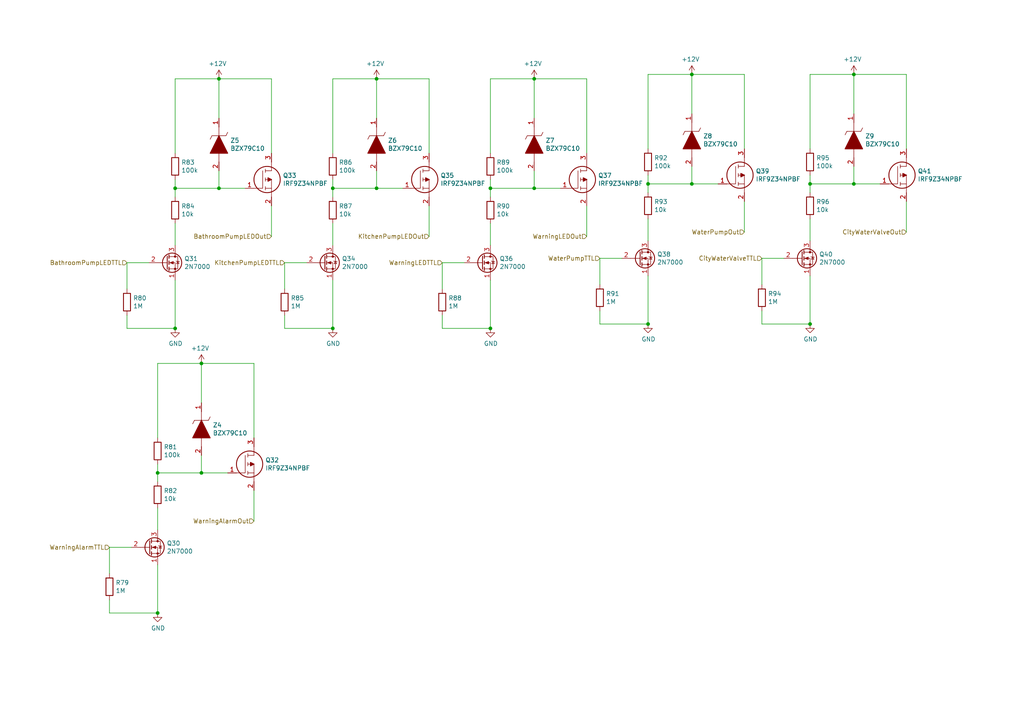
<source format=kicad_sch>
(kicad_sch (version 20231120) (generator "eeschema") (generator_version "8.0")
  (paper "A4")
  (lib_symbols
    (symbol "Device:R" (pin_numbers hide) (pin_names (offset 0))
      (property "Reference" "R" (at 2.032 0 90))
      (property "Value" "R" (at 0 0 90))
      (symbol "R_0_1"
        (rectangle (start -1.016 -2.54) (end 1.016 2.54) (stroke (width 0.254)))
      )
      (symbol "R_1_1"
        (pin passive line (at 0 3.81 270) (length 1.27) (name "~") (number "1"))
        (pin passive line (at 0 -3.81 90) (length 1.27) (name "~") (number "2"))
      )
    )
    (symbol "SamacSys_Parts:BZX79C10" (pin_names (offset 0.762))
      (property "Reference" "Z" (at 10.16 8.89 0))
      (property "Value" "SamacSys_Parts_BZX79C10" (at 10.16 6.35 0))
      (symbol "BZX79C10_0_0"
        (pin passive line (at 0 0 0) (length 2.54) (name "~") (number "1"))
        (pin passive line (at 15.24 0 180) (length 2.54) (name "~") (number "2"))
      )
      (symbol "BZX79C10_0_1"
        (polyline (pts (xy 2.54 0) (xy 5.08 0)) (stroke (width 0.1524)))
        (polyline (pts (xy 4.064 -2.54) (xy 5.08 -2.032)) (stroke (width 0.1524)))
        (polyline (pts (xy 5.08 2.032) (xy 5.08 -2.032)) (stroke (width 0.1524)))
        (polyline (pts (xy 5.08 2.032) (xy 6.096 2.54)) (stroke (width 0.1524)))
        (polyline (pts (xy 12.7 0) (xy 10.16 0)) (stroke (width 0.1524)))
        (polyline (pts (xy 5.08 0) (xy 10.16 2.54) (xy 10.16 -2.54) (xy 5.08 0)) (stroke (width 0.254)) (fill (type outline)))
      )
    )
    (symbol "SamacSys_Parts:IRF9Z34NPBF" (pin_names (offset 0.762))
      (property "Reference" "Q" (at 11.43 3.81 0))
      (property "Value" "SamacSys_Parts_IRF9Z34NPBF" (at 11.43 1.27 0))
      (symbol "IRF9Z34NPBF_0_0"
        (pin passive line (at 0 0 0) (length 2.54) (name "~") (number "1"))
        (pin passive line (at 7.62 -5.08 90) (length 2.54) (name "~") (number "2"))
        (pin passive line (at 7.62 10.16 270) (length 2.54) (name "~") (number "3"))
      )
      (symbol "IRF9Z34NPBF_0_1"
        (polyline (pts (xy 5.842 -0.508) (xy 5.842 0.508)) (stroke (width 0.1524)))
        (polyline (pts (xy 5.842 0) (xy 7.62 0)) (stroke (width 0.1524)))
        (polyline (pts (xy 5.842 2.032) (xy 5.842 3.048)) (stroke (width 0.1524)))
        (polyline (pts (xy 5.842 5.588) (xy 5.842 4.572)) (stroke (width 0.1524)))
        (polyline (pts (xy 7.62 2.54) (xy 5.842 2.54)) (stroke (width 0.1524)))
        (polyline (pts (xy 7.62 2.54) (xy 7.62 -2.54)) (stroke (width 0.1524)))
        (polyline (pts (xy 7.62 5.08) (xy 5.842 5.08)) (stroke (width 0.1524)))
        (polyline (pts (xy 7.62 5.08) (xy 7.62 7.62)) (stroke (width 0.1524)))
        (polyline (pts (xy 2.54 0) (xy 5.08 0) (xy 5.08 5.08)) (stroke (width 0.1524)))
        (polyline (pts (xy 7.62 2.54) (xy 6.604 3.048) (xy 6.604 2.032) (xy 7.62 2.54)) (stroke (width 0.254)) (fill (type outline)))
        (circle (center 6.35 2.54) (radius 3.81) (stroke (width 0.254)))
      )
    )
    (symbol "Transistor_FET:2N7000" (pin_names hide)
      (property "Reference" "Q" (at 5.08 1.905 0))
      (property "Value" "2N7000" (at 5.08 0 0))
      (symbol "2N7000_0_1"
        (polyline (pts (xy 0.254 0) (xy -2.54 0)))
        (polyline (pts (xy 0.254 1.905) (xy 0.254 -1.905)) (stroke (width 0.254)))
        (polyline (pts (xy 0.762 -1.27) (xy 0.762 -2.286)) (stroke (width 0.254)))
        (polyline (pts (xy 0.762 0.508) (xy 0.762 -0.508)) (stroke (width 0.254)))
        (polyline (pts (xy 0.762 2.286) (xy 0.762 1.27)) (stroke (width 0.254)))
        (polyline (pts (xy 2.54 2.54) (xy 2.54 1.778)))
        (polyline (pts (xy 2.54 -2.54) (xy 2.54 0) (xy 0.762 0)))
        (polyline (pts (xy 0.762 -1.778) (xy 3.302 -1.778) (xy 3.302 1.778) (xy 0.762 1.778)))
        (polyline (pts (xy 1.016 0) (xy 2.032 0.381) (xy 2.032 -0.381) (xy 1.016 0)) (fill (type outline)))
        (polyline (pts (xy 2.794 0.508) (xy 2.921 0.381) (xy 3.683 0.381) (xy 3.81 0.254)))
        (polyline (pts (xy 3.302 0.381) (xy 2.921 -0.254) (xy 3.683 -0.254) (xy 3.302 0.381)))
        (circle (center 1.651 0) (radius 2.794) (stroke (width 0.254)))
        (circle (center 2.54 -1.778) (radius 0.254) (fill (type outline)))
        (circle (center 2.54 1.778) (radius 0.254) (fill (type outline)))
      )
      (symbol "2N7000_1_1"
        (pin passive line (at 2.54 -5.08 90) (length 2.54) (name "S") (number "1"))
        (pin input line (at -5.08 0 0) (length 2.54) (name "G") (number "2"))
        (pin passive line (at 2.54 5.08 270) (length 2.54) (name "D") (number "3"))
      )
    )
    (symbol "power:+12V" (power) (pin_names (offset 0))
      (property "Value" "+12V" (at 0 3.556 0))
      (symbol "+12V_0_1"
        (polyline (pts (xy -0.762 1.27) (xy 0 2.54)))
        (polyline (pts (xy 0 0) (xy 0 2.54)))
        (polyline (pts (xy 0 2.54) (xy 0.762 1.27)))
      )
      (symbol "+12V_1_1"
        (pin power_in line (at 0 0 90) (length 0) hide (name "+12V") (number "1"))
      )
    )
    (symbol "power:GND" (power) (pin_names (offset 0))
      (property "Value" "GND" (at 0 -3.81 0))
      (symbol "GND_0_1"
        (polyline (pts (xy 0 0) (xy 0 -1.27) (xy 1.27 -1.27) (xy 0 -2.54) (xy -1.27 -1.27) (xy 0 -1.27)))
      )
      (symbol "GND_1_1"
        (pin power_in line (at 0 0 270) (length 0) hide (name "GND") (number "1"))
      )
    )
  )
  (junction (at 58.42 105.41))
  (junction (at 45.72 177.8))
  (junction (at 234.95 93.98))
  (junction (at 200.66 53.34))
  (junction (at 187.96 53.34))
  (junction (at 63.5 54.61))
  (junction (at 50.8 54.61))
  (junction (at 200.66 21.59))
  (junction (at 58.42 137.16))
  (junction (at 109.22 22.86))
  (junction (at 96.52 54.61))
  (junction (at 96.52 95.25))
  (junction (at 247.65 21.59))
  (junction (at 154.94 54.61))
  (junction (at 63.5 22.86))
  (junction (at 142.24 95.25))
  (junction (at 154.94 22.86))
  (junction (at 109.22 54.61))
  (junction (at 247.65 53.34))
  (junction (at 142.24 54.61))
  (junction (at 50.8 95.25))
  (junction (at 45.72 137.16))
  (junction (at 187.96 93.98))
  (junction (at 234.95 53.34))
  (wire (pts (xy 262.89 43.18) (xy 262.89 21.59)))
  (wire (pts (xy 36.83 76.2) (xy 43.18 76.2)))
  (wire (pts (xy 63.5 34.29) (xy 63.5 22.86)))
  (wire (pts (xy 58.42 132.08) (xy 58.42 137.16)))
  (wire (pts (xy 73.66 127) (xy 73.66 105.41)))
  (wire (pts (xy 170.18 44.45) (xy 170.18 22.86)))
  (wire (pts (xy 187.96 53.34) (xy 187.96 50.8)))
  (wire (pts (xy 45.72 105.41) (xy 45.72 127)))
  (wire (pts (xy 247.65 21.59) (xy 234.95 21.59)))
  (wire (pts (xy 142.24 71.12) (xy 142.24 64.77)))
  (wire (pts (xy 124.46 44.45) (xy 124.46 22.86)))
  (wire (pts (xy 58.42 137.16) (xy 45.72 137.16)))
  (wire (pts (xy 255.27 53.34) (xy 247.65 53.34)))
  (wire (pts (xy 170.18 68.58) (xy 170.18 59.69)))
  (wire (pts (xy 234.95 69.85) (xy 234.95 63.5)))
  (wire (pts (xy 109.22 22.86) (xy 96.52 22.86)))
  (wire (pts (xy 128.27 76.2) (xy 134.62 76.2)))
  (wire (pts (xy 124.46 22.86) (xy 109.22 22.86)))
  (wire (pts (xy 109.22 34.29) (xy 109.22 22.86)))
  (wire (pts (xy 109.22 49.53) (xy 109.22 54.61)))
  (wire (pts (xy 73.66 151.13) (xy 73.66 142.24)))
  (wire (pts (xy 78.74 68.58) (xy 78.74 59.69)))
  (wire (pts (xy 96.52 54.61) (xy 96.52 52.07)))
  (wire (pts (xy 215.9 67.31) (xy 215.9 58.42)))
  (wire (pts (xy 82.55 95.25) (xy 96.52 95.25)))
  (wire (pts (xy 78.74 44.45) (xy 78.74 22.86)))
  (wire (pts (xy 215.9 43.18) (xy 215.9 21.59)))
  (wire (pts (xy 154.94 22.86) (xy 142.24 22.86)))
  (wire (pts (xy 187.96 69.85) (xy 187.96 63.5)))
  (wire (pts (xy 50.8 57.15) (xy 50.8 54.61)))
  (wire (pts (xy 124.46 68.58) (xy 124.46 59.69)))
  (wire (pts (xy 247.65 48.26) (xy 247.65 53.34)))
  (wire (pts (xy 220.98 90.17) (xy 220.98 93.98)))
  (wire (pts (xy 63.5 49.53) (xy 63.5 54.61)))
  (wire (pts (xy 31.75 158.75) (xy 38.1 158.75)))
  (wire (pts (xy 50.8 54.61) (xy 50.8 52.07)))
  (wire (pts (xy 96.52 71.12) (xy 96.52 64.77)))
  (wire (pts (xy 173.99 82.55) (xy 173.99 74.93)))
  (wire (pts (xy 128.27 91.44) (xy 128.27 95.25)))
  (wire (pts (xy 234.95 80.01) (xy 234.95 93.98)))
  (wire (pts (xy 220.98 82.55) (xy 220.98 74.93)))
  (wire (pts (xy 78.74 22.86) (xy 63.5 22.86)))
  (wire (pts (xy 96.52 57.15) (xy 96.52 54.61)))
  (wire (pts (xy 247.65 53.34) (xy 234.95 53.34)))
  (wire (pts (xy 173.99 93.98) (xy 187.96 93.98)))
  (wire (pts (xy 45.72 139.7) (xy 45.72 137.16)))
  (wire (pts (xy 63.5 54.61) (xy 50.8 54.61)))
  (wire (pts (xy 50.8 22.86) (xy 50.8 44.45)))
  (wire (pts (xy 262.89 21.59) (xy 247.65 21.59)))
  (wire (pts (xy 154.94 34.29) (xy 154.94 22.86)))
  (wire (pts (xy 36.83 95.25) (xy 50.8 95.25)))
  (wire (pts (xy 187.96 55.88) (xy 187.96 53.34)))
  (wire (pts (xy 63.5 22.86) (xy 50.8 22.86)))
  (wire (pts (xy 82.55 83.82) (xy 82.55 76.2)))
  (wire (pts (xy 173.99 90.17) (xy 173.99 93.98)))
  (wire (pts (xy 50.8 71.12) (xy 50.8 64.77)))
  (wire (pts (xy 128.27 83.82) (xy 128.27 76.2)))
  (wire (pts (xy 154.94 49.53) (xy 154.94 54.61)))
  (wire (pts (xy 71.12 54.61) (xy 63.5 54.61)))
  (wire (pts (xy 31.75 173.99) (xy 31.75 177.8)))
  (wire (pts (xy 66.04 137.16) (xy 58.42 137.16)))
  (wire (pts (xy 170.18 22.86) (xy 154.94 22.86)))
  (wire (pts (xy 220.98 93.98) (xy 234.95 93.98)))
  (wire (pts (xy 187.96 21.59) (xy 187.96 43.18)))
  (wire (pts (xy 200.66 48.26) (xy 200.66 53.34)))
  (wire (pts (xy 31.75 177.8) (xy 45.72 177.8)))
  (wire (pts (xy 142.24 22.86) (xy 142.24 44.45)))
  (wire (pts (xy 220.98 74.93) (xy 227.33 74.93)))
  (wire (pts (xy 82.55 76.2) (xy 88.9 76.2)))
  (wire (pts (xy 36.83 91.44) (xy 36.83 95.25)))
  (wire (pts (xy 142.24 81.28) (xy 142.24 95.25)))
  (wire (pts (xy 45.72 137.16) (xy 45.72 134.62)))
  (wire (pts (xy 142.24 57.15) (xy 142.24 54.61)))
  (wire (pts (xy 234.95 21.59) (xy 234.95 43.18)))
  (wire (pts (xy 234.95 55.88) (xy 234.95 53.34)))
  (wire (pts (xy 73.66 105.41) (xy 58.42 105.41)))
  (wire (pts (xy 173.99 74.93) (xy 180.34 74.93)))
  (wire (pts (xy 262.89 67.31) (xy 262.89 58.42)))
  (wire (pts (xy 45.72 163.83) (xy 45.72 177.8)))
  (wire (pts (xy 45.72 153.67) (xy 45.72 147.32)))
  (wire (pts (xy 154.94 54.61) (xy 142.24 54.61)))
  (wire (pts (xy 200.66 53.34) (xy 187.96 53.34)))
  (wire (pts (xy 109.22 54.61) (xy 96.52 54.61)))
  (wire (pts (xy 200.66 21.59) (xy 187.96 21.59)))
  (wire (pts (xy 82.55 91.44) (xy 82.55 95.25)))
  (wire (pts (xy 128.27 95.25) (xy 142.24 95.25)))
  (wire (pts (xy 247.65 33.02) (xy 247.65 21.59)))
  (wire (pts (xy 187.96 80.01) (xy 187.96 93.98)))
  (wire (pts (xy 31.75 166.37) (xy 31.75 158.75)))
  (wire (pts (xy 96.52 22.86) (xy 96.52 44.45)))
  (wire (pts (xy 234.95 53.34) (xy 234.95 50.8)))
  (wire (pts (xy 50.8 81.28) (xy 50.8 95.25)))
  (wire (pts (xy 208.28 53.34) (xy 200.66 53.34)))
  (wire (pts (xy 58.42 116.84) (xy 58.42 105.41)))
  (wire (pts (xy 215.9 21.59) (xy 200.66 21.59)))
  (wire (pts (xy 162.56 54.61) (xy 154.94 54.61)))
  (wire (pts (xy 36.83 83.82) (xy 36.83 76.2)))
  (wire (pts (xy 58.42 105.41) (xy 45.72 105.41)))
  (wire (pts (xy 142.24 54.61) (xy 142.24 52.07)))
  (wire (pts (xy 200.66 33.02) (xy 200.66 21.59)))
  (wire (pts (xy 96.52 81.28) (xy 96.52 95.25)))
  (wire (pts (xy 116.84 54.61) (xy 109.22 54.61)))
  (hierarchical_label "CityWaterValveTTL" (shape input) (at 220.98 74.93 180))
  (hierarchical_label "WarningAlarmTTL" (shape input) (at 31.75 158.75 180))
  (hierarchical_label "WaterPumpOut" (shape input) (at 215.9 67.31 180))
  (hierarchical_label "WarningAlarmOut" (shape input) (at 73.66 151.13 180))
  (hierarchical_label "CityWaterValveOut" (shape input) (at 262.89 67.31 180))
  (hierarchical_label "BathroomPumpLEDOut" (shape input) (at 78.74 68.58 180))
  (hierarchical_label "WarningLEDTTL" (shape input) (at 128.27 76.2 180))
  (hierarchical_label "WarningLEDOut" (shape input) (at 170.18 68.58 180))
  (hierarchical_label "KitchenPumpLEDOut" (shape input) (at 124.46 68.58 180))
  (hierarchical_label "BathroomPumpLEDTTL" (shape input) (at 36.83 76.2 180))
  (hierarchical_label "KitchenPumpLEDTTL" (shape input) (at 82.55 76.2 180))
  (hierarchical_label "WaterPumpTTL" (shape input) (at 173.99 74.93 180))
  (symbol (lib_id "SamacSys_Parts:IRF9Z34NPBF") (at 66.04 137.16 0) (unit 1)
    (property "Reference" "Q32" (at 76.962 133.4516 0) (effects (justify left)))
    (property "Value" "IRF9Z34NPBF" (at 76.962 135.763 0) (effects (justify left)))
    (property "Footprint" "SamacSys_Parts:TO254P469X1042X1967-3P" (effects (hide yes)))
    (property "Datasheet" "https://www.infineon.com/dgdl/irf9z34npbf.pdf?fileId=5546d462533600a40153561220af1ddd" (effects (hide yes)))
    (property "Description" "MOSFET MOSFT PCh -55V -17A 100mOhm 23.3nC" (effects (hide yes)))
    (property "Height" "4.69" (effects (hide yes)))
    (property "Mouser Part Number" "942-IRF9Z34NPBF" (effects (hide yes)))
    (property "Mouser Price/Stock" "https://www.mouser.co.uk/ProductDetail/Infineon-IR/IRF9Z34NPBF?qs=9%252BKlkBgLFf16a%2FvlD%252BMCtQ%3D%3D" (effects (hide yes)))
    (property "Manufacturer_Name" "Infineon" (effects (hide yes)))
    (property "Manufacturer_Part_Number" "IRF9Z34NPBF" (effects (hide yes)))
  )
  (symbol (lib_id "Device:R") (at 31.75 170.18 0) (unit 1)
    (property "Reference" "R79" (at 33.528 169.0116 0) (effects (justify left)))
    (property "Value" "1M" (at 33.528 171.323 0) (effects (justify left)))
    (property "Footprint" "Resistor_THT:R_Axial_DIN0207_L6.3mm_D2.5mm_P2.54mm_Vertical" (effects (hide yes)))
  )
  (symbol (lib_id "power:GND") (at 45.72 177.8 0) (unit 1)
    (property "Reference" "#PWR0125" (effects (hide yes)))
    (property "Value" "GND" (at 45.847 182.1942 0))
  )
  (symbol (lib_id "Transistor_FET:2N7000") (at 43.18 158.75 0) (unit 1)
    (property "Reference" "Q30" (at 48.3616 157.5816 0) (effects (justify left)))
    (property "Value" "2N7000" (at 48.3616 159.893 0) (effects (justify left)))
    (property "Footprint" "Package_TO_SOT_THT:TO-92_Inline" (effects (hide yes)))
    (property "Datasheet" "https://www.onsemi.com/pub/Collateral/NDS7002A-D.PDF" (effects (hide yes)))
  )
  (symbol (lib_id "Device:R") (at 45.72 130.81 0) (unit 1)
    (property "Reference" "R81" (at 47.498 129.6416 0) (effects (justify left)))
    (property "Value" "100k" (at 47.498 131.953 0) (effects (justify left)))
    (property "Footprint" "Resistor_THT:R_Axial_DIN0207_L6.3mm_D2.5mm_P2.54mm_Vertical" (effects (hide yes)))
  )
  (symbol (lib_id "Device:R") (at 45.72 143.51 0) (unit 1)
    (property "Reference" "R82" (at 47.498 142.3416 0) (effects (justify left)))
    (property "Value" "10k" (at 47.498 144.653 0) (effects (justify left)))
    (property "Footprint" "Resistor_THT:R_Axial_DIN0207_L6.3mm_D2.5mm_P2.54mm_Vertical" (effects (hide yes)))
  )
  (symbol (lib_id "SamacSys_Parts:BZX79C10") (at 58.42 116.84 90) (mirror x) (unit 1)
    (property "Reference" "Z4" (at 61.722 123.2916 90) (effects (justify right)))
    (property "Value" "BZX79C10" (at 61.722 125.603 90) (effects (justify right)))
    (property "Footprint" "SamacSys_Parts:DIOAD1068W53L380D172" (effects (hide yes)))
    (property "Datasheet" "https://www.fairchildsemi.com/datasheets/BZ/BZX79C10.pdf" (effects (hide yes)))
    (property "Description" "BZX79C10, Zener Diode, 10V +/-5 500 mW 0.2A, 2-Pin DO-35" (effects (hide yes)))
    (property "Mouser Part Number" "512-BZX79C10" (effects (hide yes)))
    (property "Mouser Price/Stock" "https://www.mouser.co.uk/ProductDetail/ON-Semiconductor-Fairchild/BZX79C10?qs=FITO%2F%2FQgYDkGEXVpK3DyhQ%3D%3D" (effects (hide yes)))
    (property "Manufacturer_Name" "ON Semiconductor" (effects (hide yes)))
    (property "Manufacturer_Part_Number" "BZX79C10" (effects (hide yes)))
  )
  (symbol (lib_id "power:+12V") (at 58.42 105.41 0) (mirror y) (unit 1)
    (property "Reference" "#PWR0127" (effects (hide yes)))
    (property "Value" "+12V" (at 58.039 101.0158 0))
  )
  (symbol (lib_id "SamacSys_Parts:IRF9Z34NPBF") (at 71.12 54.61 0) (unit 1)
    (property "Reference" "Q33" (at 82.042 50.9016 0) (effects (justify left)))
    (property "Value" "IRF9Z34NPBF" (at 82.042 53.213 0) (effects (justify left)))
    (property "Footprint" "SamacSys_Parts:TO254P469X1042X1967-3P" (effects (hide yes)))
    (property "Datasheet" "https://www.infineon.com/dgdl/irf9z34npbf.pdf?fileId=5546d462533600a40153561220af1ddd" (effects (hide yes)))
    (property "Description" "MOSFET MOSFT PCh -55V -17A 100mOhm 23.3nC" (effects (hide yes)))
    (property "Height" "4.69" (effects (hide yes)))
    (property "Mouser Part Number" "942-IRF9Z34NPBF" (effects (hide yes)))
    (property "Mouser Price/Stock" "https://www.mouser.co.uk/ProductDetail/Infineon-IR/IRF9Z34NPBF?qs=9%252BKlkBgLFf16a%2FvlD%252BMCtQ%3D%3D" (effects (hide yes)))
    (property "Manufacturer_Name" "Infineon" (effects (hide yes)))
    (property "Manufacturer_Part_Number" "IRF9Z34NPBF" (effects (hide yes)))
  )
  (symbol (lib_id "Device:R") (at 36.83 87.63 0) (unit 1)
    (property "Reference" "R80" (at 38.608 86.4616 0) (effects (justify left)))
    (property "Value" "1M" (at 38.608 88.773 0) (effects (justify left)))
    (property "Footprint" "Resistor_THT:R_Axial_DIN0207_L6.3mm_D2.5mm_P2.54mm_Vertical" (effects (hide yes)))
  )
  (symbol (lib_id "power:GND") (at 50.8 95.25 0) (unit 1)
    (property "Reference" "#PWR0126" (effects (hide yes)))
    (property "Value" "GND" (at 50.927 99.6442 0))
  )
  (symbol (lib_id "Transistor_FET:2N7000") (at 48.26 76.2 0) (unit 1)
    (property "Reference" "Q31" (at 53.4416 75.0316 0) (effects (justify left)))
    (property "Value" "2N7000" (at 53.4416 77.343 0) (effects (justify left)))
    (property "Footprint" "Package_TO_SOT_THT:TO-92_Inline" (effects (hide yes)))
    (property "Datasheet" "https://www.onsemi.com/pub/Collateral/NDS7002A-D.PDF" (effects (hide yes)))
  )
  (symbol (lib_id "Device:R") (at 50.8 48.26 0) (unit 1)
    (property "Reference" "R83" (at 52.578 47.0916 0) (effects (justify left)))
    (property "Value" "100k" (at 52.578 49.403 0) (effects (justify left)))
    (property "Footprint" "Resistor_THT:R_Axial_DIN0207_L6.3mm_D2.5mm_P2.54mm_Vertical" (effects (hide yes)))
  )
  (symbol (lib_id "Device:R") (at 50.8 60.96 0) (unit 1)
    (property "Reference" "R84" (at 52.578 59.7916 0) (effects (justify left)))
    (property "Value" "10k" (at 52.578 62.103 0) (effects (justify left)))
    (property "Footprint" "Resistor_THT:R_Axial_DIN0207_L6.3mm_D2.5mm_P2.54mm_Vertical" (effects (hide yes)))
  )
  (symbol (lib_id "SamacSys_Parts:BZX79C10") (at 63.5 34.29 90) (mirror x) (unit 1)
    (property "Reference" "Z5" (at 66.802 40.7416 90) (effects (justify right)))
    (property "Value" "BZX79C10" (at 66.802 43.053 90) (effects (justify right)))
    (property "Footprint" "SamacSys_Parts:DIOAD1068W53L380D172" (effects (hide yes)))
    (property "Datasheet" "https://www.fairchildsemi.com/datasheets/BZ/BZX79C10.pdf" (effects (hide yes)))
    (property "Description" "BZX79C10, Zener Diode, 10V +/-5 500 mW 0.2A, 2-Pin DO-35" (effects (hide yes)))
    (property "Mouser Part Number" "512-BZX79C10" (effects (hide yes)))
    (property "Mouser Price/Stock" "https://www.mouser.co.uk/ProductDetail/ON-Semiconductor-Fairchild/BZX79C10?qs=FITO%2F%2FQgYDkGEXVpK3DyhQ%3D%3D" (effects (hide yes)))
    (property "Manufacturer_Name" "ON Semiconductor" (effects (hide yes)))
    (property "Manufacturer_Part_Number" "BZX79C10" (effects (hide yes)))
  )
  (symbol (lib_id "SamacSys_Parts:IRF9Z34NPBF") (at 116.84 54.61 0) (unit 1)
    (property "Reference" "Q35" (at 127.762 50.9016 0) (effects (justify left)))
    (property "Value" "IRF9Z34NPBF" (at 127.762 53.213 0) (effects (justify left)))
    (property "Footprint" "SamacSys_Parts:TO254P469X1042X1967-3P" (effects (hide yes)))
    (property "Datasheet" "https://www.infineon.com/dgdl/irf9z34npbf.pdf?fileId=5546d462533600a40153561220af1ddd" (effects (hide yes)))
    (property "Description" "MOSFET MOSFT PCh -55V -17A 100mOhm 23.3nC" (effects (hide yes)))
    (property "Height" "4.69" (effects (hide yes)))
    (property "Mouser Part Number" "942-IRF9Z34NPBF" (effects (hide yes)))
    (property "Mouser Price/Stock" "https://www.mouser.co.uk/ProductDetail/Infineon-IR/IRF9Z34NPBF?qs=9%252BKlkBgLFf16a%2FvlD%252BMCtQ%3D%3D" (effects (hide yes)))
    (property "Manufacturer_Name" "Infineon" (effects (hide yes)))
    (property "Manufacturer_Part_Number" "IRF9Z34NPBF" (effects (hide yes)))
  )
  (symbol (lib_id "Device:R") (at 82.55 87.63 0) (unit 1)
    (property "Reference" "R85" (at 84.328 86.4616 0) (effects (justify left)))
    (property "Value" "1M" (at 84.328 88.773 0) (effects (justify left)))
    (property "Footprint" "Resistor_THT:R_Axial_DIN0207_L6.3mm_D2.5mm_P2.54mm_Vertical" (effects (hide yes)))
  )
  (symbol (lib_id "power:GND") (at 96.52 95.25 0) (unit 1)
    (property "Reference" "#PWR0129" (effects (hide yes)))
    (property "Value" "GND" (at 96.647 99.6442 0))
  )
  (symbol (lib_id "Transistor_FET:2N7000") (at 93.98 76.2 0) (unit 1)
    (property "Reference" "Q34" (at 99.1616 75.0316 0) (effects (justify left)))
    (property "Value" "2N7000" (at 99.1616 77.343 0) (effects (justify left)))
    (property "Footprint" "Package_TO_SOT_THT:TO-92_Inline" (effects (hide yes)))
    (property "Datasheet" "https://www.onsemi.com/pub/Collateral/NDS7002A-D.PDF" (effects (hide yes)))
  )
  (symbol (lib_id "Device:R") (at 96.52 48.26 0) (unit 1)
    (property "Reference" "R86" (at 98.298 47.0916 0) (effects (justify left)))
    (property "Value" "100k" (at 98.298 49.403 0) (effects (justify left)))
    (property "Footprint" "Resistor_THT:R_Axial_DIN0207_L6.3mm_D2.5mm_P2.54mm_Vertical" (effects (hide yes)))
  )
  (symbol (lib_id "Device:R") (at 96.52 60.96 0) (unit 1)
    (property "Reference" "R87" (at 98.298 59.7916 0) (effects (justify left)))
    (property "Value" "10k" (at 98.298 62.103 0) (effects (justify left)))
    (property "Footprint" "Resistor_THT:R_Axial_DIN0207_L6.3mm_D2.5mm_P2.54mm_Vertical" (effects (hide yes)))
  )
  (symbol (lib_id "SamacSys_Parts:BZX79C10") (at 109.22 34.29 90) (mirror x) (unit 1)
    (property "Reference" "Z6" (at 112.522 40.7416 90) (effects (justify right)))
    (property "Value" "BZX79C10" (at 112.522 43.053 90) (effects (justify right)))
    (property "Footprint" "SamacSys_Parts:DIOAD1068W53L380D172" (effects (hide yes)))
    (property "Datasheet" "https://www.fairchildsemi.com/datasheets/BZ/BZX79C10.pdf" (effects (hide yes)))
    (property "Description" "BZX79C10, Zener Diode, 10V +/-5 500 mW 0.2A, 2-Pin DO-35" (effects (hide yes)))
    (property "Mouser Part Number" "512-BZX79C10" (effects (hide yes)))
    (property "Mouser Price/Stock" "https://www.mouser.co.uk/ProductDetail/ON-Semiconductor-Fairchild/BZX79C10?qs=FITO%2F%2FQgYDkGEXVpK3DyhQ%3D%3D" (effects (hide yes)))
    (property "Manufacturer_Name" "ON Semiconductor" (effects (hide yes)))
    (property "Manufacturer_Part_Number" "BZX79C10" (effects (hide yes)))
  )
  (symbol (lib_id "SamacSys_Parts:IRF9Z34NPBF") (at 162.56 54.61 0) (unit 1)
    (property "Reference" "Q37" (at 173.482 50.9016 0) (effects (justify left)))
    (property "Value" "IRF9Z34NPBF" (at 173.482 53.213 0) (effects (justify left)))
    (property "Footprint" "SamacSys_Parts:TO254P469X1042X1967-3P" (effects (hide yes)))
    (property "Datasheet" "https://www.infineon.com/dgdl/irf9z34npbf.pdf?fileId=5546d462533600a40153561220af1ddd" (effects (hide yes)))
    (property "Description" "MOSFET MOSFT PCh -55V -17A 100mOhm 23.3nC" (effects (hide yes)))
    (property "Height" "4.69" (effects (hide yes)))
    (property "Mouser Part Number" "942-IRF9Z34NPBF" (effects (hide yes)))
    (property "Mouser Price/Stock" "https://www.mouser.co.uk/ProductDetail/Infineon-IR/IRF9Z34NPBF?qs=9%252BKlkBgLFf16a%2FvlD%252BMCtQ%3D%3D" (effects (hide yes)))
    (property "Manufacturer_Name" "Infineon" (effects (hide yes)))
    (property "Manufacturer_Part_Number" "IRF9Z34NPBF" (effects (hide yes)))
  )
  (symbol (lib_id "Device:R") (at 128.27 87.63 0) (unit 1)
    (property "Reference" "R88" (at 130.048 86.4616 0) (effects (justify left)))
    (property "Value" "1M" (at 130.048 88.773 0) (effects (justify left)))
    (property "Footprint" "Resistor_THT:R_Axial_DIN0207_L6.3mm_D2.5mm_P2.54mm_Vertical" (effects (hide yes)))
  )
  (symbol (lib_id "power:GND") (at 142.24 95.25 0) (unit 1)
    (property "Reference" "#PWR0131" (effects (hide yes)))
    (property "Value" "GND" (at 142.367 99.6442 0))
  )
  (symbol (lib_id "Transistor_FET:2N7000") (at 139.7 76.2 0) (unit 1)
    (property "Reference" "Q36" (at 144.8816 75.0316 0) (effects (justify left)))
    (property "Value" "2N7000" (at 144.8816 77.343 0) (effects (justify left)))
    (property "Footprint" "Package_TO_SOT_THT:TO-92_Inline" (effects (hide yes)))
    (property "Datasheet" "https://www.onsemi.com/pub/Collateral/NDS7002A-D.PDF" (effects (hide yes)))
  )
  (symbol (lib_id "Device:R") (at 142.24 48.26 0) (unit 1)
    (property "Reference" "R89" (at 144.018 47.0916 0) (effects (justify left)))
    (property "Value" "100k" (at 144.018 49.403 0) (effects (justify left)))
    (property "Footprint" "Resistor_THT:R_Axial_DIN0207_L6.3mm_D2.5mm_P2.54mm_Vertical" (effects (hide yes)))
  )
  (symbol (lib_id "Device:R") (at 142.24 60.96 0) (unit 1)
    (property "Reference" "R90" (at 144.018 59.7916 0) (effects (justify left)))
    (property "Value" "10k" (at 144.018 62.103 0) (effects (justify left)))
    (property "Footprint" "Resistor_THT:R_Axial_DIN0207_L6.3mm_D2.5mm_P2.54mm_Vertical" (effects (hide yes)))
  )
  (symbol (lib_id "SamacSys_Parts:BZX79C10") (at 154.94 34.29 90) (mirror x) (unit 1)
    (property "Reference" "Z7" (at 158.242 40.7416 90) (effects (justify right)))
    (property "Value" "BZX79C10" (at 158.242 43.053 90) (effects (justify right)))
    (property "Footprint" "SamacSys_Parts:DIOAD1068W53L380D172" (effects (hide yes)))
    (property "Datasheet" "https://www.fairchildsemi.com/datasheets/BZ/BZX79C10.pdf" (effects (hide yes)))
    (property "Description" "BZX79C10, Zener Diode, 10V +/-5 500 mW 0.2A, 2-Pin DO-35" (effects (hide yes)))
    (property "Mouser Part Number" "512-BZX79C10" (effects (hide yes)))
    (property "Mouser Price/Stock" "https://www.mouser.co.uk/ProductDetail/ON-Semiconductor-Fairchild/BZX79C10?qs=FITO%2F%2FQgYDkGEXVpK3DyhQ%3D%3D" (effects (hide yes)))
    (property "Manufacturer_Name" "ON Semiconductor" (effects (hide yes)))
    (property "Manufacturer_Part_Number" "BZX79C10" (effects (hide yes)))
  )
  (symbol (lib_id "SamacSys_Parts:IRF9Z34NPBF") (at 255.27 53.34 0) (unit 1)
    (property "Reference" "Q41" (at 266.192 49.6316 0) (effects (justify left)))
    (property "Value" "IRF9Z34NPBF" (at 266.192 51.943 0) (effects (justify left)))
    (property "Footprint" "SamacSys_Parts:TO254P469X1042X1967-3P" (effects (hide yes)))
    (property "Datasheet" "https://www.infineon.com/dgdl/irf9z34npbf.pdf?fileId=5546d462533600a40153561220af1ddd" (effects (hide yes)))
    (property "Description" "MOSFET MOSFT PCh -55V -17A 100mOhm 23.3nC" (effects (hide yes)))
    (property "Height" "4.69" (effects (hide yes)))
    (property "Mouser Part Number" "942-IRF9Z34NPBF" (effects (hide yes)))
    (property "Mouser Price/Stock" "https://www.mouser.co.uk/ProductDetail/Infineon-IR/IRF9Z34NPBF?qs=9%252BKlkBgLFf16a%2FvlD%252BMCtQ%3D%3D" (effects (hide yes)))
    (property "Manufacturer_Name" "Infineon" (effects (hide yes)))
    (property "Manufacturer_Part_Number" "IRF9Z34NPBF" (effects (hide yes)))
  )
  (symbol (lib_id "Device:R") (at 220.98 86.36 0) (unit 1)
    (property "Reference" "R94" (at 222.758 85.1916 0) (effects (justify left)))
    (property "Value" "1M" (at 222.758 87.503 0) (effects (justify left)))
    (property "Footprint" "Resistor_THT:R_Axial_DIN0207_L6.3mm_D2.5mm_P2.54mm_Vertical" (effects (hide yes)))
  )
  (symbol (lib_id "power:GND") (at 234.95 93.98 0) (unit 1)
    (property "Reference" "#PWR0135" (effects (hide yes)))
    (property "Value" "GND" (at 235.077 98.3742 0))
  )
  (symbol (lib_id "Transistor_FET:2N7000") (at 232.41 74.93 0) (unit 1)
    (property "Reference" "Q40" (at 237.5916 73.7616 0) (effects (justify left)))
    (property "Value" "2N7000" (at 237.5916 76.073 0) (effects (justify left)))
    (property "Footprint" "Package_TO_SOT_THT:TO-92_Inline" (effects (hide yes)))
    (property "Datasheet" "https://www.onsemi.com/pub/Collateral/NDS7002A-D.PDF" (effects (hide yes)))
  )
  (symbol (lib_id "Device:R") (at 234.95 46.99 0) (unit 1)
    (property "Reference" "R95" (at 236.728 45.8216 0) (effects (justify left)))
    (property "Value" "100k" (at 236.728 48.133 0) (effects (justify left)))
    (property "Footprint" "Resistor_THT:R_Axial_DIN0207_L6.3mm_D2.5mm_P2.54mm_Vertical" (effects (hide yes)))
  )
  (symbol (lib_id "Device:R") (at 234.95 59.69 0) (unit 1)
    (property "Reference" "R96" (at 236.728 58.5216 0) (effects (justify left)))
    (property "Value" "10k" (at 236.728 60.833 0) (effects (justify left)))
    (property "Footprint" "Resistor_THT:R_Axial_DIN0207_L6.3mm_D2.5mm_P2.54mm_Vertical" (effects (hide yes)))
  )
  (symbol (lib_id "SamacSys_Parts:BZX79C10") (at 247.65 33.02 90) (mirror x) (unit 1)
    (property "Reference" "Z9" (at 250.952 39.4716 90) (effects (justify right)))
    (property "Value" "BZX79C10" (at 250.952 41.783 90) (effects (justify right)))
    (property "Footprint" "SamacSys_Parts:DIOAD1068W53L380D172" (effects (hide yes)))
    (property "Datasheet" "https://www.fairchildsemi.com/datasheets/BZ/BZX79C10.pdf" (effects (hide yes)))
    (property "Description" "BZX79C10, Zener Diode, 10V +/-5 500 mW 0.2A, 2-Pin DO-35" (effects (hide yes)))
    (property "Mouser Part Number" "512-BZX79C10" (effects (hide yes)))
    (property "Mouser Price/Stock" "https://www.mouser.co.uk/ProductDetail/ON-Semiconductor-Fairchild/BZX79C10?qs=FITO%2F%2FQgYDkGEXVpK3DyhQ%3D%3D" (effects (hide yes)))
    (property "Manufacturer_Name" "ON Semiconductor" (effects (hide yes)))
    (property "Manufacturer_Part_Number" "BZX79C10" (effects (hide yes)))
  )
  (symbol (lib_id "SamacSys_Parts:IRF9Z34NPBF") (at 208.28 53.34 0) (unit 1)
    (property "Reference" "Q39" (at 219.202 49.6316 0) (effects (justify left)))
    (property "Value" "IRF9Z34NPBF" (at 219.202 51.943 0) (effects (justify left)))
    (property "Footprint" "SamacSys_Parts:TO254P469X1042X1967-3P" (effects (hide yes)))
    (property "Datasheet" "https://www.infineon.com/dgdl/irf9z34npbf.pdf?fileId=5546d462533600a40153561220af1ddd" (effects (hide yes)))
    (property "Description" "MOSFET MOSFT PCh -55V -17A 100mOhm 23.3nC" (effects (hide yes)))
    (property "Height" "4.69" (effects (hide yes)))
    (property "Mouser Part Number" "942-IRF9Z34NPBF" (effects (hide yes)))
    (property "Mouser Price/Stock" "https://www.mouser.co.uk/ProductDetail/Infineon-IR/IRF9Z34NPBF?qs=9%252BKlkBgLFf16a%2FvlD%252BMCtQ%3D%3D" (effects (hide yes)))
    (property "Manufacturer_Name" "Infineon" (effects (hide yes)))
    (property "Manufacturer_Part_Number" "IRF9Z34NPBF" (effects (hide yes)))
  )
  (symbol (lib_id "Device:R") (at 173.99 86.36 0) (unit 1)
    (property "Reference" "R91" (at 175.768 85.1916 0) (effects (justify left)))
    (property "Value" "1M" (at 175.768 87.503 0) (effects (justify left)))
    (property "Footprint" "Resistor_THT:R_Axial_DIN0207_L6.3mm_D2.5mm_P2.54mm_Vertical" (effects (hide yes)))
  )
  (symbol (lib_id "power:GND") (at 187.96 93.98 0) (unit 1)
    (property "Reference" "#PWR0133" (effects (hide yes)))
    (property "Value" "GND" (at 188.087 98.3742 0))
  )
  (symbol (lib_id "Transistor_FET:2N7000") (at 185.42 74.93 0) (unit 1)
    (property "Reference" "Q38" (at 190.6016 73.7616 0) (effects (justify left)))
    (property "Value" "2N7000" (at 190.6016 76.073 0) (effects (justify left)))
    (property "Footprint" "Package_TO_SOT_THT:TO-92_Inline" (effects (hide yes)))
    (property "Datasheet" "https://www.onsemi.com/pub/Collateral/NDS7002A-D.PDF" (effects (hide yes)))
  )
  (symbol (lib_id "Device:R") (at 187.96 46.99 0) (unit 1)
    (property "Reference" "R92" (at 189.738 45.8216 0) (effects (justify left)))
    (property "Value" "100k" (at 189.738 48.133 0) (effects (justify left)))
    (property "Footprint" "Resistor_THT:R_Axial_DIN0207_L6.3mm_D2.5mm_P2.54mm_Vertical" (effects (hide yes)))
  )
  (symbol (lib_id "Device:R") (at 187.96 59.69 0) (unit 1)
    (property "Reference" "R93" (at 189.738 58.5216 0) (effects (justify left)))
    (property "Value" "10k" (at 189.738 60.833 0) (effects (justify left)))
    (property "Footprint" "Resistor_THT:R_Axial_DIN0207_L6.3mm_D2.5mm_P2.54mm_Vertical" (effects (hide yes)))
  )
  (symbol (lib_id "SamacSys_Parts:BZX79C10") (at 200.66 33.02 90) (mirror x) (unit 1)
    (property "Reference" "Z8" (at 203.962 39.4716 90) (effects (justify right)))
    (property "Value" "BZX79C10" (at 203.962 41.783 90) (effects (justify right)))
    (property "Footprint" "SamacSys_Parts:DIOAD1068W53L380D172" (effects (hide yes)))
    (property "Datasheet" "https://www.fairchildsemi.com/datasheets/BZ/BZX79C10.pdf" (effects (hide yes)))
    (property "Description" "BZX79C10, Zener Diode, 10V +/-5 500 mW 0.2A, 2-Pin DO-35" (effects (hide yes)))
    (property "Mouser Part Number" "512-BZX79C10" (effects (hide yes)))
    (property "Mouser Price/Stock" "https://www.mouser.co.uk/ProductDetail/ON-Semiconductor-Fairchild/BZX79C10?qs=FITO%2F%2FQgYDkGEXVpK3DyhQ%3D%3D" (effects (hide yes)))
    (property "Manufacturer_Name" "ON Semiconductor" (effects (hide yes)))
    (property "Manufacturer_Part_Number" "BZX79C10" (effects (hide yes)))
  )
  (symbol (lib_id "power:+12V") (at 63.5 22.86 0) (mirror y) (unit 1)
    (property "Reference" "#PWR0128" (effects (hide yes)))
    (property "Value" "+12V" (at 63.119 18.4658 0))
  )
  (symbol (lib_id "power:+12V") (at 109.22 22.86 0) (mirror y) (unit 1)
    (property "Reference" "#PWR0130" (effects (hide yes)))
    (property "Value" "+12V" (at 108.839 18.4658 0))
  )
  (symbol (lib_id "power:+12V") (at 154.94 22.86 0) (mirror y) (unit 1)
    (property "Reference" "#PWR0132" (effects (hide yes)))
    (property "Value" "+12V" (at 154.559 18.4658 0))
  )
  (symbol (lib_id "power:+12V") (at 247.65 21.59 0) (mirror y) (unit 1)
    (property "Reference" "#PWR0136" (effects (hide yes)))
    (property "Value" "+12V" (at 247.269 17.1958 0))
  )
  (symbol (lib_id "power:+12V") (at 200.66 21.59 0) (mirror y) (unit 1)
    (property "Reference" "#PWR0134" (effects (hide yes)))
    (property "Value" "+12V" (at 200.279 17.1958 0))
  )
)
</source>
